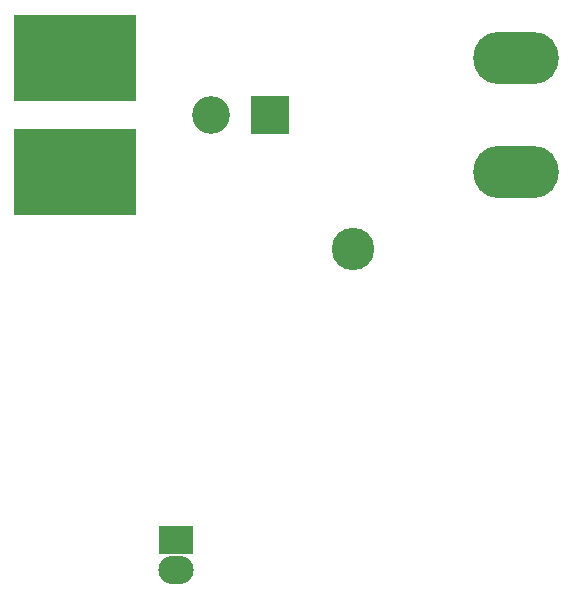
<source format=gbs>
G04 #@! TF.FileFunction,Soldermask,Bot*
%FSLAX46Y46*%
G04 Gerber Fmt 4.6, Leading zero omitted, Abs format (unit mm)*
G04 Created by KiCad (PCBNEW 4.0.7-e2-6376~58~ubuntu16.04.1) date Mon Nov  6 12:00:07 2017*
%MOMM*%
%LPD*%
G01*
G04 APERTURE LIST*
%ADD10C,0.100000*%
%ADD11R,10.400000X7.400000*%
%ADD12O,7.250000X4.450000*%
%ADD13C,3.600000*%
%ADD14R,3.194000X3.194000*%
%ADD15C,3.194000*%
%ADD16R,3.000000X2.400000*%
%ADD17O,3.000000X2.400000*%
G04 APERTURE END LIST*
D10*
D11*
X128130800Y-84683600D03*
X128130800Y-94335600D03*
D12*
X165473000Y-84709000D03*
X165473000Y-94352000D03*
D13*
X151638000Y-100838000D03*
D14*
X144627600Y-89509600D03*
D15*
X139627600Y-89509600D03*
D16*
X136652000Y-125476000D03*
D17*
X136652000Y-128016000D03*
M02*

</source>
